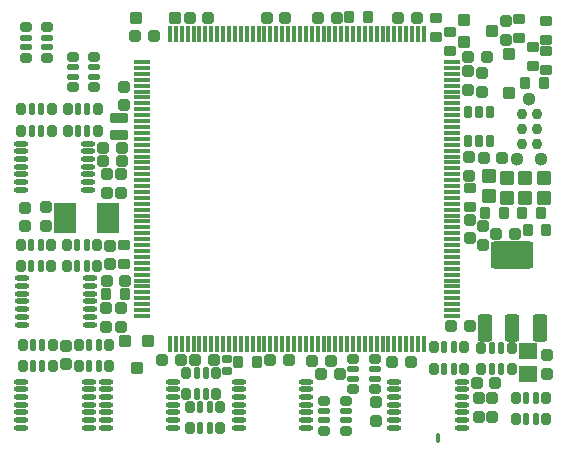
<source format=gts>
G04*
G04 #@! TF.GenerationSoftware,Altium Limited,Altium Designer,20.2.7 (254)*
G04*
G04 Layer_Color=7674933*
%FSLAX25Y25*%
%MOIN*%
G70*
G04*
G04 #@! TF.SameCoordinates,1B3C1DD0-FE4B-4EAB-8C97-3149C55B291D*
G04*
G04*
G04 #@! TF.FilePolarity,Negative*
G04*
G01*
G75*
G04:AMPARAMS|DCode=43|XSize=33.07mil|YSize=29.13mil|CornerRadius=5.12mil|HoleSize=0mil|Usage=FLASHONLY|Rotation=180.000|XOffset=0mil|YOffset=0mil|HoleType=Round|Shape=RoundedRectangle|*
%AMROUNDEDRECTD43*
21,1,0.03307,0.01890,0,0,180.0*
21,1,0.02284,0.02913,0,0,180.0*
1,1,0.01024,-0.01142,0.00945*
1,1,0.01024,0.01142,0.00945*
1,1,0.01024,0.01142,-0.00945*
1,1,0.01024,-0.01142,-0.00945*
%
%ADD43ROUNDEDRECTD43*%
G04:AMPARAMS|DCode=44|XSize=15.35mil|YSize=33.07mil|CornerRadius=7.68mil|HoleSize=0mil|Usage=FLASHONLY|Rotation=180.000|XOffset=0mil|YOffset=0mil|HoleType=Round|Shape=RoundedRectangle|*
%AMROUNDEDRECTD44*
21,1,0.01535,0.01772,0,0,180.0*
21,1,0.00000,0.03307,0,0,180.0*
1,1,0.01535,0.00000,0.00886*
1,1,0.01535,0.00000,0.00886*
1,1,0.01535,0.00000,-0.00886*
1,1,0.01535,0.00000,-0.00886*
%
%ADD44ROUNDEDRECTD44*%
G04:AMPARAMS|DCode=45|XSize=143.31mil|YSize=90.16mil|CornerRadius=11.22mil|HoleSize=0mil|Usage=FLASHONLY|Rotation=0.000|XOffset=0mil|YOffset=0mil|HoleType=Round|Shape=RoundedRectangle|*
%AMROUNDEDRECTD45*
21,1,0.14331,0.06772,0,0,0.0*
21,1,0.12087,0.09016,0,0,0.0*
1,1,0.02244,0.06043,-0.03386*
1,1,0.02244,-0.06043,-0.03386*
1,1,0.02244,-0.06043,0.03386*
1,1,0.02244,0.06043,0.03386*
%
%ADD45ROUNDEDRECTD45*%
G04:AMPARAMS|DCode=46|XSize=48.82mil|YSize=90.16mil|CornerRadius=7.09mil|HoleSize=0mil|Usage=FLASHONLY|Rotation=0.000|XOffset=0mil|YOffset=0mil|HoleType=Round|Shape=RoundedRectangle|*
%AMROUNDEDRECTD46*
21,1,0.04882,0.07598,0,0,0.0*
21,1,0.03465,0.09016,0,0,0.0*
1,1,0.01417,0.01732,-0.03799*
1,1,0.01417,-0.01732,-0.03799*
1,1,0.01417,-0.01732,0.03799*
1,1,0.01417,0.01732,0.03799*
%
%ADD46ROUNDEDRECTD46*%
G04:AMPARAMS|DCode=47|XSize=48.82mil|YSize=90.16mil|CornerRadius=7.09mil|HoleSize=0mil|Usage=FLASHONLY|Rotation=0.000|XOffset=0mil|YOffset=0mil|HoleType=Round|Shape=RoundedRectangle|*
%AMROUNDEDRECTD47*
21,1,0.04882,0.07599,0,0,0.0*
21,1,0.03465,0.09016,0,0,0.0*
1,1,0.01417,0.01732,-0.03799*
1,1,0.01417,-0.01732,-0.03799*
1,1,0.01417,-0.01732,0.03799*
1,1,0.01417,0.01732,0.03799*
%
%ADD47ROUNDEDRECTD47*%
%ADD48O,0.04882X0.01732*%
%ADD49O,0.01417X0.05669*%
%ADD50O,0.05669X0.01417*%
G04:AMPARAMS|DCode=51|XSize=38.98mil|YSize=38.98mil|CornerRadius=6.1mil|HoleSize=0mil|Usage=FLASHONLY|Rotation=180.000|XOffset=0mil|YOffset=0mil|HoleType=Round|Shape=RoundedRectangle|*
%AMROUNDEDRECTD51*
21,1,0.03898,0.02677,0,0,180.0*
21,1,0.02677,0.03898,0,0,180.0*
1,1,0.01221,-0.01339,0.01339*
1,1,0.01221,0.01339,0.01339*
1,1,0.01221,0.01339,-0.01339*
1,1,0.01221,-0.01339,-0.01339*
%
%ADD51ROUNDEDRECTD51*%
G04:AMPARAMS|DCode=52|XSize=38.98mil|YSize=38.98mil|CornerRadius=6.1mil|HoleSize=0mil|Usage=FLASHONLY|Rotation=270.000|XOffset=0mil|YOffset=0mil|HoleType=Round|Shape=RoundedRectangle|*
%AMROUNDEDRECTD52*
21,1,0.03898,0.02677,0,0,270.0*
21,1,0.02677,0.03898,0,0,270.0*
1,1,0.01221,-0.01339,-0.01339*
1,1,0.01221,-0.01339,0.01339*
1,1,0.01221,0.01339,0.01339*
1,1,0.01221,0.01339,-0.01339*
%
%ADD52ROUNDEDRECTD52*%
G04:AMPARAMS|DCode=53|XSize=44.88mil|YSize=48.82mil|CornerRadius=6.69mil|HoleSize=0mil|Usage=FLASHONLY|Rotation=270.000|XOffset=0mil|YOffset=0mil|HoleType=Round|Shape=RoundedRectangle|*
%AMROUNDEDRECTD53*
21,1,0.04488,0.03543,0,0,270.0*
21,1,0.03150,0.04882,0,0,270.0*
1,1,0.01339,-0.01772,-0.01575*
1,1,0.01339,-0.01772,0.01575*
1,1,0.01339,0.01772,0.01575*
1,1,0.01339,0.01772,-0.01575*
%
%ADD53ROUNDEDRECTD53*%
%ADD54R,0.06457X0.05669*%
G04:AMPARAMS|DCode=55|XSize=33.07mil|YSize=41.73mil|CornerRadius=5.51mil|HoleSize=0mil|Usage=FLASHONLY|Rotation=180.000|XOffset=0mil|YOffset=0mil|HoleType=Round|Shape=RoundedRectangle|*
%AMROUNDEDRECTD55*
21,1,0.03307,0.03071,0,0,180.0*
21,1,0.02205,0.04173,0,0,180.0*
1,1,0.01102,-0.01102,0.01535*
1,1,0.01102,0.01102,0.01535*
1,1,0.01102,0.01102,-0.01535*
1,1,0.01102,-0.01102,-0.01535*
%
%ADD55ROUNDEDRECTD55*%
G04:AMPARAMS|DCode=56|XSize=33.07mil|YSize=41.73mil|CornerRadius=5.51mil|HoleSize=0mil|Usage=FLASHONLY|Rotation=90.000|XOffset=0mil|YOffset=0mil|HoleType=Round|Shape=RoundedRectangle|*
%AMROUNDEDRECTD56*
21,1,0.03307,0.03071,0,0,90.0*
21,1,0.02205,0.04173,0,0,90.0*
1,1,0.01102,0.01535,0.01102*
1,1,0.01102,0.01535,-0.01102*
1,1,0.01102,-0.01535,-0.01102*
1,1,0.01102,-0.01535,0.01102*
%
%ADD56ROUNDEDRECTD56*%
G04:AMPARAMS|DCode=57|XSize=40.95mil|YSize=42.91mil|CornerRadius=6.3mil|HoleSize=0mil|Usage=FLASHONLY|Rotation=270.000|XOffset=0mil|YOffset=0mil|HoleType=Round|Shape=RoundedRectangle|*
%AMROUNDEDRECTD57*
21,1,0.04095,0.03032,0,0,270.0*
21,1,0.02835,0.04291,0,0,270.0*
1,1,0.01260,-0.01516,-0.01417*
1,1,0.01260,-0.01516,0.01417*
1,1,0.01260,0.01516,0.01417*
1,1,0.01260,0.01516,-0.01417*
%
%ADD57ROUNDEDRECTD57*%
G04:AMPARAMS|DCode=58|XSize=40.95mil|YSize=42.91mil|CornerRadius=6.3mil|HoleSize=0mil|Usage=FLASHONLY|Rotation=270.000|XOffset=0mil|YOffset=0mil|HoleType=Round|Shape=RoundedRectangle|*
%AMROUNDEDRECTD58*
21,1,0.04095,0.03032,0,0,270.0*
21,1,0.02835,0.04291,0,0,270.0*
1,1,0.01260,-0.01516,-0.01417*
1,1,0.01260,-0.01516,0.01417*
1,1,0.01260,0.01516,0.01417*
1,1,0.01260,0.01516,-0.01417*
%
%ADD58ROUNDEDRECTD58*%
%ADD59R,0.07244X0.10000*%
G04:AMPARAMS|DCode=60|XSize=29.13mil|YSize=40.95mil|CornerRadius=5.12mil|HoleSize=0mil|Usage=FLASHONLY|Rotation=180.000|XOffset=0mil|YOffset=0mil|HoleType=Round|Shape=RoundedRectangle|*
%AMROUNDEDRECTD60*
21,1,0.02913,0.03071,0,0,180.0*
21,1,0.01890,0.04095,0,0,180.0*
1,1,0.01024,-0.00945,0.01535*
1,1,0.01024,0.00945,0.01535*
1,1,0.01024,0.00945,-0.01535*
1,1,0.01024,-0.00945,-0.01535*
%
%ADD60ROUNDEDRECTD60*%
G04:AMPARAMS|DCode=61|XSize=31.1mil|YSize=37.01mil|CornerRadius=5.32mil|HoleSize=0mil|Usage=FLASHONLY|Rotation=0.000|XOffset=0mil|YOffset=0mil|HoleType=Round|Shape=RoundedRectangle|*
%AMROUNDEDRECTD61*
21,1,0.03110,0.02638,0,0,0.0*
21,1,0.02047,0.03701,0,0,0.0*
1,1,0.01063,0.01024,-0.01319*
1,1,0.01063,-0.01024,-0.01319*
1,1,0.01063,-0.01024,0.01319*
1,1,0.01063,0.01024,0.01319*
%
%ADD61ROUNDEDRECTD61*%
G04:AMPARAMS|DCode=62|XSize=23.23mil|YSize=37.01mil|CornerRadius=4.53mil|HoleSize=0mil|Usage=FLASHONLY|Rotation=0.000|XOffset=0mil|YOffset=0mil|HoleType=Round|Shape=RoundedRectangle|*
%AMROUNDEDRECTD62*
21,1,0.02323,0.02795,0,0,0.0*
21,1,0.01417,0.03701,0,0,0.0*
1,1,0.00906,0.00709,-0.01398*
1,1,0.00906,-0.00709,-0.01398*
1,1,0.00906,-0.00709,0.01398*
1,1,0.00906,0.00709,0.01398*
%
%ADD62ROUNDEDRECTD62*%
G04:AMPARAMS|DCode=63|XSize=41.34mil|YSize=38.98mil|CornerRadius=6.1mil|HoleSize=0mil|Usage=FLASHONLY|Rotation=270.000|XOffset=0mil|YOffset=0mil|HoleType=Round|Shape=RoundedRectangle|*
%AMROUNDEDRECTD63*
21,1,0.04134,0.02677,0,0,270.0*
21,1,0.02913,0.03898,0,0,270.0*
1,1,0.01221,-0.01339,-0.01457*
1,1,0.01221,-0.01339,0.01457*
1,1,0.01221,0.01339,0.01457*
1,1,0.01221,0.01339,-0.01457*
%
%ADD63ROUNDEDRECTD63*%
G04:AMPARAMS|DCode=64|XSize=40.95mil|YSize=42.91mil|CornerRadius=6.3mil|HoleSize=0mil|Usage=FLASHONLY|Rotation=180.000|XOffset=0mil|YOffset=0mil|HoleType=Round|Shape=RoundedRectangle|*
%AMROUNDEDRECTD64*
21,1,0.04095,0.03032,0,0,180.0*
21,1,0.02835,0.04291,0,0,180.0*
1,1,0.01260,-0.01417,0.01516*
1,1,0.01260,0.01417,0.01516*
1,1,0.01260,0.01417,-0.01516*
1,1,0.01260,-0.01417,-0.01516*
%
%ADD64ROUNDEDRECTD64*%
G04:AMPARAMS|DCode=65|XSize=40.95mil|YSize=42.91mil|CornerRadius=6.3mil|HoleSize=0mil|Usage=FLASHONLY|Rotation=180.000|XOffset=0mil|YOffset=0mil|HoleType=Round|Shape=RoundedRectangle|*
%AMROUNDEDRECTD65*
21,1,0.04095,0.03032,0,0,180.0*
21,1,0.02835,0.04291,0,0,180.0*
1,1,0.01260,-0.01417,0.01516*
1,1,0.01260,0.01417,0.01516*
1,1,0.01260,0.01417,-0.01516*
1,1,0.01260,-0.01417,-0.01516*
%
%ADD65ROUNDEDRECTD65*%
G04:AMPARAMS|DCode=66|XSize=31.1mil|YSize=37.01mil|CornerRadius=5.32mil|HoleSize=0mil|Usage=FLASHONLY|Rotation=270.000|XOffset=0mil|YOffset=0mil|HoleType=Round|Shape=RoundedRectangle|*
%AMROUNDEDRECTD66*
21,1,0.03110,0.02638,0,0,270.0*
21,1,0.02047,0.03701,0,0,270.0*
1,1,0.01063,-0.01319,-0.01024*
1,1,0.01063,-0.01319,0.01024*
1,1,0.01063,0.01319,0.01024*
1,1,0.01063,0.01319,-0.01024*
%
%ADD66ROUNDEDRECTD66*%
G04:AMPARAMS|DCode=67|XSize=23.23mil|YSize=37.01mil|CornerRadius=4.53mil|HoleSize=0mil|Usage=FLASHONLY|Rotation=270.000|XOffset=0mil|YOffset=0mil|HoleType=Round|Shape=RoundedRectangle|*
%AMROUNDEDRECTD67*
21,1,0.02323,0.02795,0,0,270.0*
21,1,0.01417,0.03701,0,0,270.0*
1,1,0.00906,-0.01398,-0.00709*
1,1,0.00906,-0.01398,0.00709*
1,1,0.00906,0.01398,0.00709*
1,1,0.00906,0.01398,-0.00709*
%
%ADD67ROUNDEDRECTD67*%
%ADD68C,0.03651*%
G04:AMPARAMS|DCode=69|XSize=33.07mil|YSize=60.63mil|CornerRadius=5.51mil|HoleSize=0mil|Usage=FLASHONLY|Rotation=270.000|XOffset=0mil|YOffset=0mil|HoleType=Round|Shape=RoundedRectangle|*
%AMROUNDEDRECTD69*
21,1,0.03307,0.04961,0,0,270.0*
21,1,0.02205,0.06063,0,0,270.0*
1,1,0.01102,-0.02480,-0.01102*
1,1,0.01102,-0.02480,0.01102*
1,1,0.01102,0.02480,0.01102*
1,1,0.01102,0.02480,-0.01102*
%
%ADD69ROUNDEDRECTD69*%
G04:AMPARAMS|DCode=70|XSize=41.34mil|YSize=38.98mil|CornerRadius=6.1mil|HoleSize=0mil|Usage=FLASHONLY|Rotation=180.000|XOffset=0mil|YOffset=0mil|HoleType=Round|Shape=RoundedRectangle|*
%AMROUNDEDRECTD70*
21,1,0.04134,0.02677,0,0,180.0*
21,1,0.02913,0.03898,0,0,180.0*
1,1,0.01221,-0.01457,0.01339*
1,1,0.01221,0.01457,0.01339*
1,1,0.01221,0.01457,-0.01339*
1,1,0.01221,-0.01457,-0.01339*
%
%ADD70ROUNDEDRECTD70*%
%ADD71C,0.04451*%
D43*
X72835Y24213D02*
D03*
Y28150D02*
D03*
D44*
X142933Y1772D02*
D03*
D45*
X167913Y62992D02*
D03*
D46*
X176969Y38583D02*
D03*
X158858D02*
D03*
D47*
X167913D02*
D03*
D48*
X150984Y5315D02*
D03*
Y7874D02*
D03*
Y10433D02*
D03*
Y12992D02*
D03*
Y15551D02*
D03*
Y18110D02*
D03*
Y20669D02*
D03*
X128543Y5315D02*
D03*
Y7874D02*
D03*
Y10433D02*
D03*
Y12992D02*
D03*
Y15551D02*
D03*
Y18110D02*
D03*
Y20669D02*
D03*
X26969Y39665D02*
D03*
Y42224D02*
D03*
Y44783D02*
D03*
Y47343D02*
D03*
Y49902D02*
D03*
Y52461D02*
D03*
Y55020D02*
D03*
X4527Y39665D02*
D03*
Y42224D02*
D03*
Y44783D02*
D03*
Y47343D02*
D03*
Y49902D02*
D03*
Y52461D02*
D03*
Y55020D02*
D03*
X26476Y84646D02*
D03*
Y87205D02*
D03*
Y89764D02*
D03*
Y92323D02*
D03*
Y94882D02*
D03*
Y97441D02*
D03*
Y100000D02*
D03*
X4035Y84646D02*
D03*
Y87205D02*
D03*
Y89764D02*
D03*
Y92323D02*
D03*
Y94882D02*
D03*
Y97441D02*
D03*
Y100000D02*
D03*
X32284Y20669D02*
D03*
Y18110D02*
D03*
Y15551D02*
D03*
Y12992D02*
D03*
Y10433D02*
D03*
Y7874D02*
D03*
Y5315D02*
D03*
X54724Y20669D02*
D03*
Y18110D02*
D03*
Y15551D02*
D03*
Y12992D02*
D03*
Y10433D02*
D03*
Y7874D02*
D03*
Y5315D02*
D03*
X76673Y20669D02*
D03*
Y18110D02*
D03*
Y15551D02*
D03*
Y12992D02*
D03*
Y10433D02*
D03*
Y7874D02*
D03*
Y5315D02*
D03*
X99114Y20669D02*
D03*
Y18110D02*
D03*
Y15551D02*
D03*
Y12992D02*
D03*
Y10433D02*
D03*
Y7874D02*
D03*
Y5315D02*
D03*
X26673D02*
D03*
Y7874D02*
D03*
Y10433D02*
D03*
Y12992D02*
D03*
Y15551D02*
D03*
Y18110D02*
D03*
Y20669D02*
D03*
X4232Y5315D02*
D03*
Y7874D02*
D03*
Y10433D02*
D03*
Y12992D02*
D03*
Y15551D02*
D03*
Y18110D02*
D03*
Y20669D02*
D03*
D49*
X53740Y136614D02*
D03*
X55709D02*
D03*
X57677D02*
D03*
X59646D02*
D03*
X61614D02*
D03*
X63583D02*
D03*
X65551D02*
D03*
X67520D02*
D03*
X69488D02*
D03*
X71457D02*
D03*
X73425D02*
D03*
X75394D02*
D03*
X77362D02*
D03*
X79331D02*
D03*
X81299D02*
D03*
X83268D02*
D03*
X85236D02*
D03*
X87205D02*
D03*
X89173D02*
D03*
X91142D02*
D03*
X93110D02*
D03*
X95079D02*
D03*
X97047D02*
D03*
X99016D02*
D03*
X100984D02*
D03*
X102953D02*
D03*
X104921D02*
D03*
X106890D02*
D03*
X108858D02*
D03*
X110827D02*
D03*
X112795D02*
D03*
X114764D02*
D03*
X116732D02*
D03*
X118701D02*
D03*
X120669D02*
D03*
X122638D02*
D03*
X124606D02*
D03*
X126575D02*
D03*
X128543D02*
D03*
X130512D02*
D03*
X132480D02*
D03*
X134449D02*
D03*
X136417D02*
D03*
X138386D02*
D03*
Y33071D02*
D03*
X136417D02*
D03*
X134449D02*
D03*
X132480D02*
D03*
X130512D02*
D03*
X128543D02*
D03*
X126575D02*
D03*
X124606D02*
D03*
X122638D02*
D03*
X120669D02*
D03*
X118701D02*
D03*
X116732D02*
D03*
X114764D02*
D03*
X112795D02*
D03*
X110827D02*
D03*
X108858D02*
D03*
X106890D02*
D03*
X104921D02*
D03*
X102953D02*
D03*
X100984D02*
D03*
X99016D02*
D03*
X97047D02*
D03*
X95079D02*
D03*
X93110D02*
D03*
X91142D02*
D03*
X89173D02*
D03*
X87205D02*
D03*
X85236D02*
D03*
X83268D02*
D03*
X81299D02*
D03*
X79331D02*
D03*
X77362D02*
D03*
X75394D02*
D03*
X73425D02*
D03*
X71457D02*
D03*
X69488D02*
D03*
X67520D02*
D03*
X65551D02*
D03*
X63583D02*
D03*
X61614D02*
D03*
X59646D02*
D03*
X57677D02*
D03*
X55709D02*
D03*
X53740D02*
D03*
D50*
X147835Y127165D02*
D03*
Y125197D02*
D03*
Y123228D02*
D03*
Y121260D02*
D03*
Y119291D02*
D03*
Y117323D02*
D03*
Y115354D02*
D03*
Y113386D02*
D03*
Y111417D02*
D03*
Y109449D02*
D03*
Y107480D02*
D03*
Y105512D02*
D03*
Y103543D02*
D03*
Y101575D02*
D03*
Y99606D02*
D03*
Y97638D02*
D03*
Y95669D02*
D03*
Y93701D02*
D03*
Y91732D02*
D03*
Y89764D02*
D03*
Y87795D02*
D03*
Y85827D02*
D03*
Y83858D02*
D03*
Y81890D02*
D03*
Y79921D02*
D03*
Y77953D02*
D03*
Y75984D02*
D03*
Y74016D02*
D03*
Y72047D02*
D03*
Y70079D02*
D03*
Y68110D02*
D03*
Y66142D02*
D03*
Y64173D02*
D03*
Y62205D02*
D03*
Y60236D02*
D03*
Y58268D02*
D03*
Y56299D02*
D03*
Y54331D02*
D03*
Y52362D02*
D03*
Y50394D02*
D03*
Y48425D02*
D03*
Y46457D02*
D03*
Y44488D02*
D03*
Y42520D02*
D03*
X44291D02*
D03*
Y44488D02*
D03*
Y46457D02*
D03*
Y48425D02*
D03*
Y50394D02*
D03*
Y52362D02*
D03*
Y54331D02*
D03*
Y56299D02*
D03*
Y58268D02*
D03*
Y60236D02*
D03*
Y62205D02*
D03*
Y64173D02*
D03*
Y66142D02*
D03*
Y68110D02*
D03*
Y70079D02*
D03*
Y72047D02*
D03*
Y74016D02*
D03*
Y75984D02*
D03*
Y77953D02*
D03*
Y79921D02*
D03*
Y81890D02*
D03*
Y83858D02*
D03*
Y85827D02*
D03*
Y87795D02*
D03*
Y89764D02*
D03*
Y91732D02*
D03*
Y93701D02*
D03*
Y95669D02*
D03*
Y97638D02*
D03*
Y99606D02*
D03*
Y101575D02*
D03*
Y103543D02*
D03*
Y105512D02*
D03*
Y107480D02*
D03*
Y109449D02*
D03*
Y111417D02*
D03*
Y113386D02*
D03*
Y115354D02*
D03*
Y117323D02*
D03*
Y119291D02*
D03*
Y121260D02*
D03*
Y123228D02*
D03*
Y125197D02*
D03*
Y127165D02*
D03*
D51*
X162165Y20079D02*
D03*
X155945D02*
D03*
X159409Y128740D02*
D03*
X153189D02*
D03*
X168760Y69882D02*
D03*
X162539D02*
D03*
X68386Y27854D02*
D03*
X62165D02*
D03*
X129724Y141811D02*
D03*
X135945D02*
D03*
X134114Y27165D02*
D03*
X127894D02*
D03*
X48287Y135827D02*
D03*
X42067D02*
D03*
X164527Y95177D02*
D03*
X158307D02*
D03*
X57441Y27756D02*
D03*
X51220D02*
D03*
X110394Y23031D02*
D03*
X104173D02*
D03*
X31536Y94193D02*
D03*
X37756D02*
D03*
X60276Y141929D02*
D03*
X66496D02*
D03*
X92185Y141831D02*
D03*
X85965D02*
D03*
X109311Y141831D02*
D03*
X103091D02*
D03*
X147382Y39272D02*
D03*
X153602D02*
D03*
X93465Y27756D02*
D03*
X87244D02*
D03*
X101221Y27461D02*
D03*
X107441D02*
D03*
X31437Y98523D02*
D03*
X37657D02*
D03*
X38839Y54232D02*
D03*
X32618D02*
D03*
D52*
X165650Y134488D02*
D03*
Y140709D02*
D03*
X179429Y29488D02*
D03*
Y23268D02*
D03*
X153248Y124173D02*
D03*
Y117953D02*
D03*
X37303Y89823D02*
D03*
Y83602D02*
D03*
X157776Y123386D02*
D03*
Y117165D02*
D03*
X122343Y13740D02*
D03*
Y7520D02*
D03*
X156791Y15217D02*
D03*
Y8996D02*
D03*
X161221Y8996D02*
D03*
Y15216D02*
D03*
X12500Y72480D02*
D03*
Y78701D02*
D03*
X32776Y89823D02*
D03*
Y83602D02*
D03*
X37402Y45138D02*
D03*
Y38917D02*
D03*
X158169Y66181D02*
D03*
Y72402D02*
D03*
X32579Y45039D02*
D03*
Y38819D02*
D03*
X18996Y32638D02*
D03*
Y26417D02*
D03*
X5413Y78602D02*
D03*
Y72382D02*
D03*
X153543Y95531D02*
D03*
Y89311D02*
D03*
X153642Y68347D02*
D03*
Y74567D02*
D03*
X33760Y65905D02*
D03*
Y59685D02*
D03*
X38484Y112736D02*
D03*
Y118957D02*
D03*
D53*
X178445Y81693D02*
D03*
Y88386D02*
D03*
X165945Y88484D02*
D03*
Y81791D02*
D03*
X172146Y81693D02*
D03*
Y88386D02*
D03*
X160020Y89075D02*
D03*
Y82382D02*
D03*
D54*
X173228Y30807D02*
D03*
Y23327D02*
D03*
D55*
X82874Y27264D02*
D03*
X76575D02*
D03*
X165157Y76968D02*
D03*
X158858D02*
D03*
X113484Y142028D02*
D03*
X119784D02*
D03*
X171063Y76772D02*
D03*
X177362D02*
D03*
X172933Y71260D02*
D03*
X179232D02*
D03*
X38878Y49705D02*
D03*
X32579D02*
D03*
X178543Y120177D02*
D03*
X172244D02*
D03*
D56*
X147244Y137106D02*
D03*
Y130807D02*
D03*
X142520Y141929D02*
D03*
Y135630D02*
D03*
X153642Y78839D02*
D03*
Y85138D02*
D03*
X170177Y135236D02*
D03*
Y141535D02*
D03*
X179232Y124409D02*
D03*
Y130709D02*
D03*
X179232Y134547D02*
D03*
Y140846D02*
D03*
X174606Y125984D02*
D03*
Y132283D02*
D03*
X38583Y66043D02*
D03*
Y59744D02*
D03*
D57*
X151850Y141339D02*
D03*
X161102Y137599D02*
D03*
D58*
X151850Y133858D02*
D03*
D59*
X33169Y75099D02*
D03*
X18602D02*
D03*
D60*
X160531Y110433D02*
D03*
X156791D02*
D03*
X153051D02*
D03*
Y100984D02*
D03*
X156791D02*
D03*
X160531D02*
D03*
D61*
X168996Y8169D02*
D03*
Y15256D02*
D03*
X179035D02*
D03*
Y8169D02*
D03*
X167618Y24705D02*
D03*
Y31791D02*
D03*
X157579D02*
D03*
Y24705D02*
D03*
X19390Y59153D02*
D03*
Y66240D02*
D03*
X29429D02*
D03*
Y59153D02*
D03*
X14173Y59154D02*
D03*
Y66240D02*
D03*
X4134D02*
D03*
Y59154D02*
D03*
X23327Y25787D02*
D03*
Y32874D02*
D03*
X33366D02*
D03*
Y25787D02*
D03*
X14665D02*
D03*
Y32874D02*
D03*
X4626D02*
D03*
Y25787D02*
D03*
X19587Y104331D02*
D03*
Y111417D02*
D03*
X29626D02*
D03*
Y104331D02*
D03*
X151772Y25000D02*
D03*
Y32087D02*
D03*
X141732D02*
D03*
Y25000D02*
D03*
X4232Y104331D02*
D03*
Y111417D02*
D03*
X14272D02*
D03*
Y104331D02*
D03*
X59153Y23524D02*
D03*
Y16437D02*
D03*
X69193D02*
D03*
Y23524D02*
D03*
X70374Y5217D02*
D03*
Y12303D02*
D03*
X60335D02*
D03*
Y5217D02*
D03*
D62*
X172441Y8169D02*
D03*
X175591D02*
D03*
Y15256D02*
D03*
X172441D02*
D03*
X161024Y31791D02*
D03*
X164173D02*
D03*
Y24705D02*
D03*
X161024D02*
D03*
X22835Y59153D02*
D03*
X25984D02*
D03*
Y66240D02*
D03*
X22835D02*
D03*
X7579Y66240D02*
D03*
X10728D02*
D03*
Y59154D02*
D03*
X7579D02*
D03*
X26772Y25787D02*
D03*
X29921D02*
D03*
Y32874D02*
D03*
X26772D02*
D03*
X8071D02*
D03*
X11221D02*
D03*
Y25787D02*
D03*
X8071D02*
D03*
X23032Y104331D02*
D03*
X26181D02*
D03*
Y111417D02*
D03*
X23032D02*
D03*
X145177Y32087D02*
D03*
X148327D02*
D03*
Y25000D02*
D03*
X145177D02*
D03*
X7677Y104331D02*
D03*
X10827D02*
D03*
Y111417D02*
D03*
X7677D02*
D03*
X65748Y16437D02*
D03*
X62598D02*
D03*
Y23524D02*
D03*
X65748D02*
D03*
X63780Y12303D02*
D03*
X66929D02*
D03*
Y5217D02*
D03*
X63780D02*
D03*
D63*
X166732Y129921D02*
D03*
Y116929D02*
D03*
D64*
X42618Y25079D02*
D03*
X46358Y34331D02*
D03*
D65*
X38878D02*
D03*
D66*
X105217Y4232D02*
D03*
X112303D02*
D03*
Y14272D02*
D03*
X105217D02*
D03*
X114862Y18110D02*
D03*
X121949D02*
D03*
Y28150D02*
D03*
X114862D02*
D03*
X28504Y118877D02*
D03*
X21417D02*
D03*
Y128917D02*
D03*
X28504D02*
D03*
X12894Y128642D02*
D03*
X5807D02*
D03*
Y138681D02*
D03*
X12894D02*
D03*
D67*
X112303Y10827D02*
D03*
Y7677D02*
D03*
X105217D02*
D03*
Y10827D02*
D03*
X121949Y24705D02*
D03*
Y21555D02*
D03*
X114862D02*
D03*
Y24705D02*
D03*
X28504Y122322D02*
D03*
Y125472D02*
D03*
X21417D02*
D03*
Y122322D02*
D03*
X12894Y132087D02*
D03*
Y135236D02*
D03*
X5807D02*
D03*
Y132087D02*
D03*
D68*
X170925Y109921D02*
D03*
X175925D02*
D03*
X170925Y104921D02*
D03*
X175925D02*
D03*
X170925Y99921D02*
D03*
X175925D02*
D03*
D69*
X36614Y102756D02*
D03*
Y108661D02*
D03*
D70*
X42323Y141831D02*
D03*
X55315D02*
D03*
D71*
X173425Y114921D02*
D03*
X177425Y94921D02*
D03*
X169425D02*
D03*
M02*

</source>
